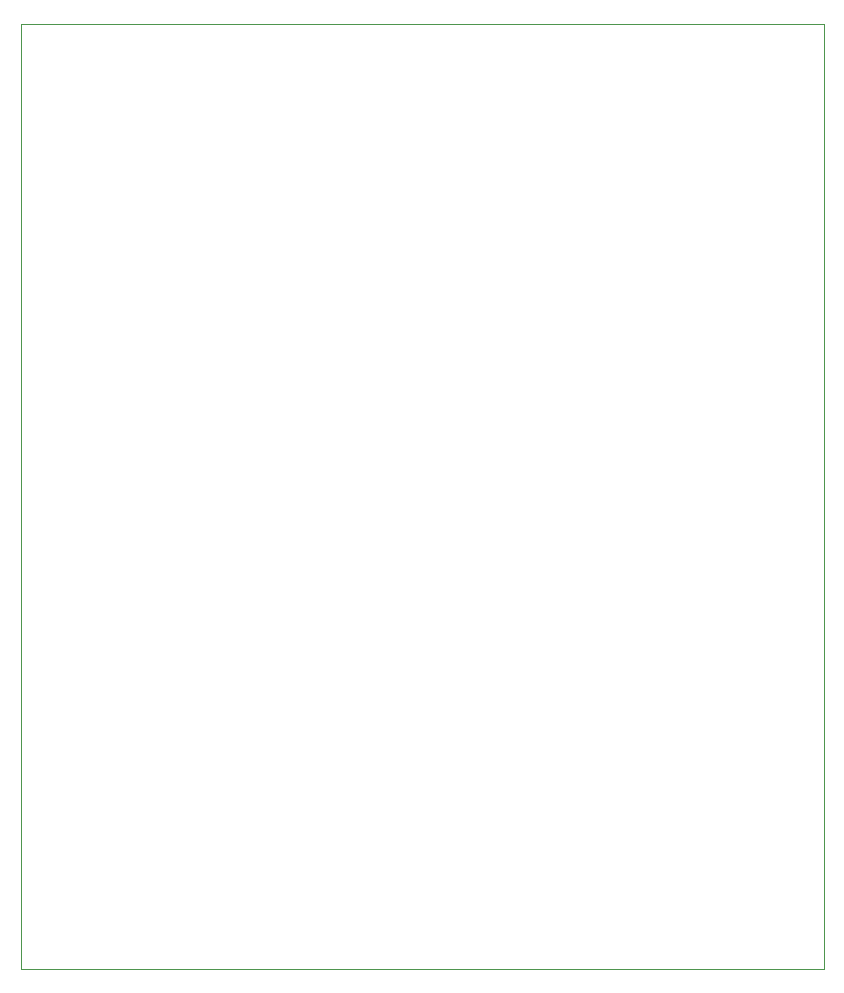
<source format=gbr>
%TF.GenerationSoftware,KiCad,Pcbnew,8.0.6-8.0.6-0~ubuntu24.04.1*%
%TF.CreationDate,2024-11-11T20:35:34-05:00*%
%TF.ProjectId,Hexapod_bot,48657861-706f-4645-9f62-6f742e6b6963,rev?*%
%TF.SameCoordinates,Original*%
%TF.FileFunction,Profile,NP*%
%FSLAX46Y46*%
G04 Gerber Fmt 4.6, Leading zero omitted, Abs format (unit mm)*
G04 Created by KiCad (PCBNEW 8.0.6-8.0.6-0~ubuntu24.04.1) date 2024-11-11 20:35:34*
%MOMM*%
%LPD*%
G01*
G04 APERTURE LIST*
%TA.AperFunction,Profile*%
%ADD10C,0.100000*%
%TD*%
G04 APERTURE END LIST*
D10*
X-6500000Y15750000D02*
X61500000Y15750000D01*
X61500000Y-64250000D01*
X-6500000Y-64250000D01*
X-6500000Y15750000D01*
M02*

</source>
